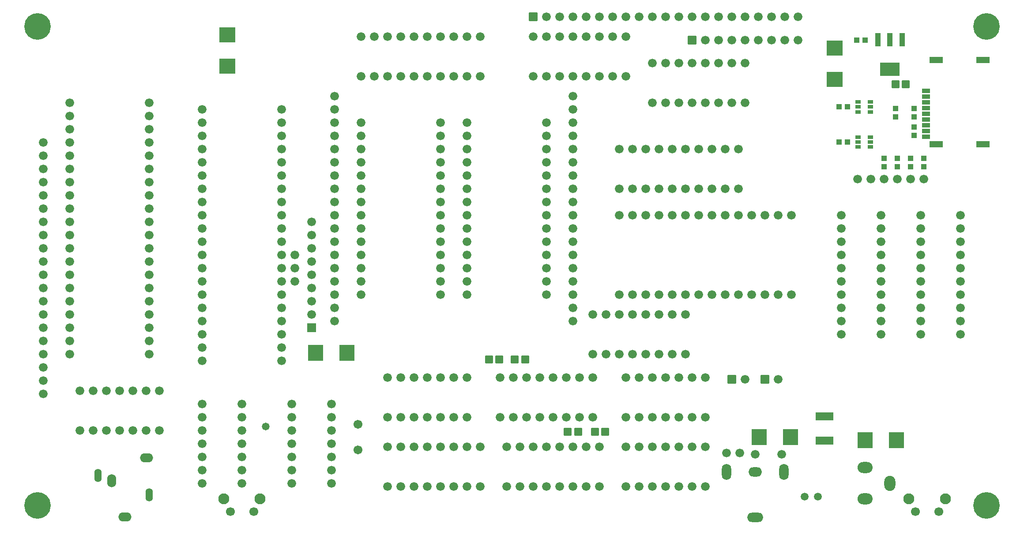
<source format=gts>
G04 Layer: TopSolderMaskLayer*
G04 EasyEDA v6.5.39, 2024-02-04 17:57:03*
G04 f6d63844dc264826aa4dc6ae726a4a04,5509f98a9368439c9cde498926e245b9,10*
G04 Gerber Generator version 0.2*
G04 Scale: 100 percent, Rotated: No, Reflected: No *
G04 Dimensions in inches *
G04 leading zeros omitted , absolute positions ,3 integer and 6 decimal *
%FSLAX36Y36*%
%MOIN*%

%AMMACRO1*1,1,$1,$2,$3*1,1,$1,$4,$5*1,1,$1,0-$2,0-$3*1,1,$1,0-$4,0-$5*20,1,$1,$2,$3,$4,$5,0*20,1,$1,$4,$5,0-$2,0-$3,0*20,1,$1,0-$2,0-$3,0-$4,0-$5,0*20,1,$1,0-$4,0-$5,$2,$3,0*4,1,4,$2,$3,$4,$5,0-$2,0-$3,0-$4,0-$5,$2,$3,0*%
%ADD10R,0.0434X0.0276*%
%ADD11C,0.0660*%
%ADD12MACRO1,0.004X-0.031X0.031X0.031X0.031*%
%ADD13MACRO1,0.004X-0.0278X-0.0266X-0.0278X0.0266*%
%ADD14MACRO1,0.004X0.0278X-0.0266X0.0278X0.0266*%
%ADD15MACRO1,0.004X0.0278X0.0266X0.0278X-0.0266*%
%ADD16MACRO1,0.004X-0.0278X0.0266X-0.0278X-0.0266*%
%ADD17MACRO1,0.004X-0.018X0.019X0.018X0.019*%
%ADD18R,0.0420X0.0400*%
%ADD19R,0.0426X0.1012*%
%ADD20R,0.1457X0.1012*%
%ADD21C,0.0669*%
%ADD22C,0.0827*%
%ADD23C,0.0591*%
%ADD24R,0.1379X0.0631*%
%ADD25MACRO1,0.004X0.0551X-0.0593X-0.0551X-0.0593*%
%ADD26R,0.1025X0.0513*%
%ADD27R,0.0631X0.0324*%
%ADD28C,0.0670*%
%ADD29MACRO1,0.004X0.019X0.018X0.019X-0.018*%
%ADD30O,0.114X0.084*%
%ADD31O,0.084X0.114*%
%ADD32O,0.054000000000000006X0.099*%
%ADD33O,0.099X0.067*%
%ADD34O,0.067X0.099*%
%ADD35MACRO1,0.004X-0.0551X0.0593X0.0551X0.0593*%
%ADD36O,0.12211X0.070929*%
%ADD37O,0.070929X0.12211*%
%ADD38O,0.102425X0.070929*%
%ADD39R,0.0670X0.0660*%
%ADD40MACRO1,0.004X-0.031X0.0315X0.031X0.0315*%
%ADD41MACRO1,0.004X-0.0593X-0.0551X-0.0593X0.0551*%
%ADD42C,0.2008*%
%ADD43C,0.0580*%
%ADD44C,0.0101*%

%LPD*%
D10*
G01*
X6447240Y2867600D03*
G01*
X6447240Y2905000D03*
G01*
X6447240Y2942399D03*
G01*
X6352759Y2942399D03*
G01*
X6352759Y2905000D03*
G01*
X6352759Y2867600D03*
G01*
X6447240Y3132600D03*
G01*
X6447240Y3170000D03*
G01*
X6447240Y3207399D03*
G01*
X6352759Y3207399D03*
G01*
X6352759Y3170000D03*
G01*
X6352759Y3132600D03*
D11*
G01*
X4400000Y3850000D03*
D12*
G01*
X3900000Y3850000D03*
D11*
G01*
X4000000Y3850000D03*
G01*
X4100000Y3850000D03*
G01*
X4200000Y3850000D03*
G01*
X4300000Y3850000D03*
G01*
X4500000Y3850000D03*
G01*
X4600000Y3850000D03*
G01*
X4700000Y3850000D03*
G01*
X4800000Y3850000D03*
G01*
X5200000Y3850000D03*
G01*
X5300000Y3850000D03*
G01*
X5400000Y3850000D03*
G01*
X5500000Y3850000D03*
G01*
X5600000Y3850000D03*
G01*
X5700000Y3850000D03*
G01*
X5800000Y3850000D03*
G01*
X5900000Y3850000D03*
G01*
X4900000Y3850000D03*
G01*
X5000000Y3850000D03*
G01*
X5100000Y3850000D03*
D13*
G01*
X3839371Y1260000D03*
D14*
G01*
X3760628Y1260000D03*
D15*
G01*
X4160628Y715000D03*
D16*
G01*
X4239371Y715000D03*
G01*
X3644371Y1260000D03*
D15*
G01*
X3565628Y1260000D03*
D14*
G01*
X4365628Y715000D03*
D13*
G01*
X4444371Y715000D03*
D15*
G01*
X6635628Y3340000D03*
D16*
G01*
X6714371Y3340000D03*
D17*
G01*
X6208510Y2905000D03*
G01*
X6271509Y2905000D03*
D18*
G01*
X6550000Y2781500D03*
G01*
X6550000Y2718499D03*
D11*
G01*
X7125000Y2350000D03*
G01*
X7125000Y2250000D03*
G01*
X7125000Y2150000D03*
G01*
X7125000Y2050000D03*
G01*
X7125000Y1950000D03*
G01*
X7125000Y1850000D03*
G01*
X7125000Y1750000D03*
G01*
X7125000Y1650000D03*
G01*
X7125000Y1550000D03*
G01*
X7125000Y1450000D03*
G01*
X6825000Y1450000D03*
G01*
X6825000Y1550000D03*
G01*
X6825000Y1650000D03*
G01*
X6825000Y1750000D03*
G01*
X6825000Y1850000D03*
G01*
X6825000Y1950000D03*
G01*
X6825000Y2050000D03*
G01*
X6825000Y2150000D03*
G01*
X6825000Y2250000D03*
G01*
X6825000Y2350000D03*
G01*
X6525000Y2350000D03*
G01*
X6525000Y2250000D03*
G01*
X6525000Y2150000D03*
G01*
X6525000Y2050000D03*
G01*
X6525000Y1950000D03*
G01*
X6525000Y1850000D03*
G01*
X6525000Y1750000D03*
G01*
X6525000Y1650000D03*
G01*
X6525000Y1550000D03*
G01*
X6525000Y1450000D03*
G01*
X6225000Y1450000D03*
G01*
X6225000Y1550000D03*
G01*
X6225000Y1650000D03*
G01*
X6225000Y1750000D03*
G01*
X6225000Y1850000D03*
G01*
X6225000Y1950000D03*
G01*
X6225000Y2050000D03*
G01*
X6225000Y2150000D03*
G01*
X6225000Y2250000D03*
G01*
X6225000Y2350000D03*
D19*
G01*
X6684600Y3676379D03*
G01*
X6594049Y3676379D03*
G01*
X6503490Y3676379D03*
D20*
G01*
X6594049Y3453150D03*
D21*
G01*
X6786419Y110790D03*
G01*
X6963580Y110790D03*
D22*
G01*
X6737209Y209209D03*
G01*
X7012799Y209209D03*
D11*
G01*
X2100000Y1950000D03*
G01*
X2100000Y2050000D03*
D23*
G01*
X6050000Y225000D03*
G01*
X5950000Y225000D03*
D24*
G01*
X6100000Y649259D03*
G01*
X6100000Y830749D03*
D25*
G01*
X5843110Y675000D03*
G01*
X5606889Y675000D03*
D21*
G01*
X1611419Y110799D03*
G01*
X1788580Y110799D03*
D22*
G01*
X1562209Y209220D03*
G01*
X1837799Y209220D03*
D11*
G01*
X2375000Y925000D03*
G01*
X2375000Y825000D03*
G01*
X2375000Y725000D03*
G01*
X2375000Y625000D03*
G01*
X2375000Y525000D03*
G01*
X2375000Y425000D03*
G01*
X2375000Y325000D03*
G01*
X2075000Y325000D03*
G01*
X2075000Y425000D03*
G01*
X2075000Y525000D03*
G01*
X2075000Y625000D03*
G01*
X2075000Y725000D03*
G01*
X2075000Y825000D03*
G01*
X2075000Y925000D03*
G01*
X4600000Y1125000D03*
G01*
X4700000Y1125000D03*
G01*
X4800000Y1125000D03*
G01*
X4900000Y1125000D03*
G01*
X5000000Y1125000D03*
G01*
X5100000Y1125000D03*
G01*
X5200000Y1125000D03*
G01*
X5200000Y825000D03*
G01*
X5100000Y825000D03*
G01*
X5000000Y825000D03*
G01*
X4900000Y825000D03*
G01*
X4800000Y825000D03*
G01*
X4700000Y825000D03*
G01*
X4600000Y825000D03*
G01*
X5850000Y1750000D03*
G01*
X5750000Y1750000D03*
G01*
X5650000Y1750000D03*
G01*
X5550000Y1750000D03*
G01*
X5450000Y1750000D03*
G01*
X5350000Y1750000D03*
G01*
X5249939Y1750000D03*
G01*
X5150000Y1750000D03*
G01*
X5050000Y1750000D03*
G01*
X4950000Y1750000D03*
G01*
X4850000Y1750000D03*
G01*
X4750000Y1750000D03*
G01*
X4650000Y1750000D03*
G01*
X4550000Y1750000D03*
G01*
X4550000Y2350000D03*
G01*
X4650000Y2350000D03*
G01*
X4750000Y2350000D03*
G01*
X4850000Y2350000D03*
G01*
X4950000Y2350000D03*
G01*
X5050000Y2350000D03*
G01*
X5150000Y2350000D03*
G01*
X5250000Y2350000D03*
G01*
X5350000Y2350000D03*
G01*
X5450000Y2350000D03*
G01*
X5550000Y2350000D03*
G01*
X5650000Y2350000D03*
G01*
X5750000Y2350000D03*
G01*
X5850000Y2350000D03*
G01*
X1700000Y925000D03*
G01*
X1700000Y825000D03*
G01*
X1700000Y725000D03*
G01*
X1700000Y625000D03*
G01*
X1700000Y525000D03*
G01*
X1700000Y425000D03*
G01*
X1700000Y325000D03*
G01*
X1400000Y325000D03*
G01*
X1400000Y425000D03*
G01*
X1400000Y525000D03*
G01*
X1400000Y625000D03*
G01*
X1400000Y725000D03*
G01*
X1400000Y825000D03*
G01*
X1400000Y925000D03*
G01*
X4600000Y600000D03*
G01*
X4700000Y600000D03*
G01*
X4800000Y600000D03*
G01*
X4900000Y600000D03*
G01*
X5000000Y600000D03*
G01*
X5100000Y600000D03*
G01*
X5200000Y600000D03*
G01*
X5200000Y300000D03*
G01*
X5100000Y300000D03*
G01*
X5000000Y300000D03*
G01*
X4900000Y300000D03*
G01*
X4800000Y300000D03*
G01*
X4700000Y300000D03*
G01*
X4600000Y300000D03*
G01*
X4550000Y2849969D03*
G01*
X4650000Y2849969D03*
G01*
X4750000Y2849969D03*
G01*
X4850000Y2849969D03*
G01*
X4950000Y2849969D03*
G01*
X5050000Y2849969D03*
G01*
X5150000Y2849969D03*
G01*
X5250000Y2849969D03*
G01*
X5350000Y2849969D03*
G01*
X5450000Y2849969D03*
G01*
X5450000Y2549969D03*
G01*
X5350000Y2549969D03*
G01*
X5250000Y2549969D03*
G01*
X5150000Y2549969D03*
G01*
X5050000Y2549969D03*
G01*
X4950000Y2549969D03*
G01*
X4850000Y2549969D03*
G01*
X4750000Y2549969D03*
G01*
X4650000Y2549969D03*
G01*
X4550000Y2549969D03*
G01*
X4000000Y3050000D03*
G01*
X4000000Y2950000D03*
G01*
X4000000Y2850000D03*
G01*
X4000000Y2750000D03*
G01*
X4000000Y2650000D03*
G01*
X4000000Y2550000D03*
G01*
X4000000Y2449940D03*
G01*
X4000000Y2350000D03*
G01*
X4000000Y2250000D03*
G01*
X4000000Y2150000D03*
G01*
X4000000Y2050000D03*
G01*
X4000000Y1950000D03*
G01*
X4000000Y1850000D03*
G01*
X4000000Y1750000D03*
G01*
X3400000Y1750000D03*
G01*
X3400000Y1850000D03*
G01*
X3400000Y1950000D03*
G01*
X3400000Y2050000D03*
G01*
X3400000Y2150000D03*
G01*
X3400000Y2250000D03*
G01*
X3400000Y2350000D03*
G01*
X3400000Y2450000D03*
G01*
X3400000Y2550000D03*
G01*
X3400000Y2650000D03*
G01*
X3400000Y2750000D03*
G01*
X3400000Y2850000D03*
G01*
X3400000Y2950000D03*
G01*
X3400000Y3050000D03*
G01*
X5050000Y1600000D03*
G01*
X4950000Y1600000D03*
G01*
X4650000Y1600000D03*
G01*
X4550000Y1600000D03*
G01*
X4850000Y1600000D03*
G01*
X4750000Y1600000D03*
G01*
X4450000Y1600000D03*
G01*
X4350000Y1600000D03*
G01*
X4350000Y1300000D03*
G01*
X4450000Y1300000D03*
G01*
X4550000Y1300000D03*
G01*
X4650000Y1300000D03*
G01*
X4750000Y1300000D03*
G01*
X4850000Y1300000D03*
G01*
X4950000Y1300000D03*
G01*
X5050000Y1300000D03*
G01*
X2800000Y1125000D03*
G01*
X2900000Y1125000D03*
G01*
X3000000Y1125000D03*
G01*
X3100000Y1125000D03*
G01*
X3200000Y1125000D03*
G01*
X3300000Y1125000D03*
G01*
X3400000Y1125000D03*
G01*
X3400000Y825000D03*
G01*
X3300000Y825000D03*
G01*
X3200000Y825000D03*
G01*
X3100000Y825000D03*
G01*
X3000000Y825000D03*
G01*
X2900000Y825000D03*
G01*
X2800000Y825000D03*
G01*
X4600000Y3700000D03*
G01*
X4500000Y3700000D03*
G01*
X4200000Y3700000D03*
G01*
X4100000Y3700000D03*
G01*
X4400000Y3700000D03*
G01*
X4300000Y3700000D03*
G01*
X4000000Y3700000D03*
G01*
X3900000Y3700000D03*
G01*
X3900000Y3400000D03*
G01*
X4000000Y3400000D03*
G01*
X4100000Y3400000D03*
G01*
X4200000Y3400000D03*
G01*
X4300000Y3400000D03*
G01*
X4400000Y3400000D03*
G01*
X4500000Y3400000D03*
G01*
X4600000Y3400000D03*
G01*
X2800000Y300000D03*
G01*
X2900000Y300000D03*
G01*
X3200000Y300000D03*
G01*
X3300000Y300000D03*
G01*
X3000000Y300000D03*
G01*
X3100000Y300000D03*
G01*
X3400000Y300000D03*
G01*
X3500000Y300000D03*
G01*
X3500000Y600000D03*
G01*
X3400000Y600000D03*
G01*
X3300000Y600000D03*
G01*
X3200000Y600000D03*
G01*
X3100000Y600000D03*
G01*
X3000000Y600000D03*
G01*
X2900000Y600000D03*
G01*
X2800000Y600000D03*
G01*
X3700000Y300000D03*
G01*
X3800000Y300000D03*
G01*
X4100000Y300000D03*
G01*
X4200000Y300000D03*
G01*
X3900000Y300000D03*
G01*
X4000000Y300000D03*
G01*
X4300000Y300000D03*
G01*
X4400000Y300000D03*
G01*
X4400000Y600000D03*
G01*
X4300000Y600000D03*
G01*
X4200000Y600000D03*
G01*
X4100000Y600000D03*
G01*
X4000000Y600000D03*
G01*
X3900000Y600000D03*
G01*
X3800000Y600000D03*
G01*
X3700000Y600000D03*
G01*
X3650000Y825000D03*
G01*
X3750000Y825000D03*
G01*
X4050000Y825000D03*
G01*
X4150000Y825000D03*
G01*
X3850000Y825000D03*
G01*
X3950000Y825000D03*
G01*
X4250000Y825000D03*
G01*
X4350000Y825000D03*
G01*
X4350000Y1125000D03*
G01*
X4250000Y1125000D03*
G01*
X4150000Y1125000D03*
G01*
X4050000Y1125000D03*
G01*
X3950000Y1125000D03*
G01*
X3850000Y1125000D03*
G01*
X3750000Y1125000D03*
G01*
X3650000Y1125000D03*
G01*
X5500000Y3500000D03*
G01*
X5400000Y3500000D03*
G01*
X5100000Y3500000D03*
G01*
X5000000Y3500000D03*
G01*
X5300000Y3500000D03*
G01*
X5200000Y3500000D03*
G01*
X4900000Y3500000D03*
G01*
X4800000Y3500000D03*
G01*
X4800000Y3200000D03*
G01*
X4900000Y3200000D03*
G01*
X5000000Y3200000D03*
G01*
X5100000Y3200000D03*
G01*
X5200000Y3200000D03*
G01*
X5300000Y3200000D03*
G01*
X5400000Y3200000D03*
G01*
X5500000Y3200000D03*
G01*
X475000Y1025000D03*
G01*
X575000Y1025000D03*
G01*
X675000Y1025000D03*
G01*
X775000Y1025000D03*
G01*
X875000Y1025000D03*
G01*
X975000Y1025000D03*
G01*
X1075000Y1025000D03*
G01*
X1075000Y725000D03*
G01*
X975000Y725000D03*
G01*
X875000Y725000D03*
G01*
X775000Y725000D03*
G01*
X675000Y725000D03*
G01*
X575000Y725000D03*
G01*
X475000Y725000D03*
D26*
G01*
X6942489Y3525030D03*
G01*
X7296819Y3525030D03*
G01*
X7296819Y2889200D03*
G01*
X6942489Y2889200D03*
D27*
G01*
X6865050Y2943530D03*
G01*
X6865050Y2986840D03*
G01*
X6865050Y3030149D03*
G01*
X6865050Y3073460D03*
G01*
X6865050Y3116759D03*
G01*
X6865050Y3160070D03*
G01*
X6865050Y3203380D03*
G01*
X6865050Y3246680D03*
G01*
X6865050Y3289989D03*
D11*
G01*
X200000Y1000000D03*
G01*
X200000Y1100000D03*
G01*
X200000Y1200000D03*
G01*
X200000Y1300000D03*
G01*
X200000Y1400000D03*
G01*
X200000Y1500000D03*
G01*
X200000Y1600000D03*
G01*
X200000Y1700000D03*
G01*
X200000Y1800000D03*
G01*
X200000Y1900000D03*
G01*
X200000Y2000000D03*
G01*
X200000Y2100000D03*
G01*
X200000Y2200000D03*
G01*
X200000Y2300000D03*
G01*
X200000Y2400000D03*
G01*
X200000Y2500000D03*
G01*
X200000Y2600000D03*
G01*
X200000Y2700000D03*
G01*
X200000Y2800000D03*
G01*
X200000Y2900000D03*
G01*
X2000000Y3150000D03*
G01*
X2000000Y3050000D03*
G01*
X2000000Y2950000D03*
G01*
X2000000Y2850000D03*
G01*
X2000000Y2750000D03*
G01*
X2000000Y2650000D03*
G01*
X2000000Y2550000D03*
G01*
X2000000Y2450000D03*
G01*
X2000000Y2350000D03*
G01*
X2000000Y2250000D03*
G01*
X2000000Y2150000D03*
G01*
X2000000Y2050000D03*
G01*
X2000000Y1950000D03*
G01*
X2000000Y1850000D03*
G01*
X2000000Y1750000D03*
G01*
X2000000Y1650000D03*
G01*
X2000000Y1550000D03*
G01*
X2000000Y1450000D03*
G01*
X2000000Y1350000D03*
G01*
X2000000Y1250000D03*
G01*
X1400000Y1250000D03*
G01*
X1400000Y1350000D03*
G01*
X1400000Y1450000D03*
G01*
X1400000Y1550000D03*
G01*
X1400000Y1650000D03*
G01*
X1400000Y1750000D03*
G01*
X1400000Y1850000D03*
G01*
X1400000Y1950000D03*
G01*
X1400000Y2050000D03*
G01*
X1400000Y2150000D03*
G01*
X1400000Y2250000D03*
G01*
X1400000Y2350000D03*
G01*
X1400000Y2450000D03*
G01*
X1400000Y2550000D03*
G01*
X1400000Y2650000D03*
G01*
X1400000Y2750000D03*
G01*
X1400000Y2850000D03*
G01*
X1400000Y2950000D03*
G01*
X1400000Y3050000D03*
G01*
X1400000Y3150000D03*
G01*
X1000000Y3200000D03*
G01*
X1000000Y3100000D03*
G01*
X1000000Y3000000D03*
G01*
X1000000Y2900000D03*
G01*
X1000000Y2800000D03*
G01*
X1000000Y2700000D03*
G01*
X1000000Y2600000D03*
G01*
X1000000Y2500000D03*
G01*
X1000000Y2400000D03*
G01*
X1000000Y2300000D03*
G01*
X1000000Y2200000D03*
G01*
X1000000Y2100000D03*
G01*
X1000000Y2000000D03*
G01*
X1000000Y1900000D03*
G01*
X1000000Y1800000D03*
G01*
X1000000Y1700000D03*
G01*
X1000000Y1600000D03*
G01*
X1000000Y1500000D03*
G01*
X1000000Y1400000D03*
G01*
X1000000Y1300000D03*
G01*
X400000Y1300000D03*
G01*
X400000Y1400000D03*
G01*
X400000Y1500000D03*
G01*
X400000Y1600000D03*
G01*
X400000Y1700000D03*
G01*
X400000Y1800000D03*
G01*
X400000Y1900000D03*
G01*
X400000Y2000000D03*
G01*
X400000Y2100000D03*
G01*
X400000Y2200000D03*
G01*
X400000Y2300000D03*
G01*
X400000Y2400000D03*
G01*
X400000Y2500000D03*
G01*
X400000Y2600000D03*
G01*
X400000Y2700000D03*
G01*
X400000Y2800000D03*
G01*
X400000Y2900000D03*
G01*
X400000Y3000000D03*
G01*
X400000Y3100000D03*
G01*
X400000Y3200000D03*
G01*
X2600000Y3699969D03*
G01*
X2700000Y3699969D03*
G01*
X2800000Y3699969D03*
G01*
X2900000Y3699969D03*
G01*
X3000000Y3699969D03*
G01*
X3100000Y3699969D03*
G01*
X3200000Y3699969D03*
G01*
X3300000Y3699969D03*
G01*
X3400000Y3699969D03*
G01*
X3500000Y3699969D03*
G01*
X3500000Y3399969D03*
G01*
X3400000Y3399969D03*
G01*
X3300000Y3399969D03*
G01*
X3200000Y3399969D03*
G01*
X3100000Y3399969D03*
G01*
X3000000Y3399969D03*
G01*
X2900000Y3399969D03*
G01*
X2800000Y3399969D03*
G01*
X2700000Y3399969D03*
G01*
X2600000Y3399969D03*
G01*
X3200000Y3050000D03*
G01*
X3200000Y2950000D03*
G01*
X3200000Y2850000D03*
G01*
X3200000Y2750000D03*
G01*
X3200000Y2650000D03*
G01*
X3200000Y2550000D03*
G01*
X3200000Y2449940D03*
G01*
X3200000Y2350000D03*
G01*
X3200000Y2250000D03*
G01*
X3200000Y2150000D03*
G01*
X3200000Y2050000D03*
G01*
X3200000Y1950000D03*
G01*
X3200000Y1850000D03*
G01*
X3200000Y1750000D03*
G01*
X2600000Y1750000D03*
G01*
X2600000Y1850000D03*
G01*
X2600000Y1950000D03*
G01*
X2600000Y2050000D03*
G01*
X2600000Y2150000D03*
G01*
X2600000Y2250000D03*
G01*
X2600000Y2350000D03*
G01*
X2600000Y2450000D03*
G01*
X2600000Y2550000D03*
G01*
X2600000Y2650000D03*
G01*
X2600000Y2750000D03*
G01*
X2600000Y2850000D03*
G01*
X2600000Y2950000D03*
G01*
X2600000Y3050000D03*
D28*
G01*
X2575000Y578539D03*
G01*
X2575000Y771460D03*
D18*
G01*
X6635000Y3156500D03*
G01*
X6635000Y3093499D03*
D11*
G01*
X5460000Y555000D03*
G01*
X5360000Y555000D03*
D18*
G01*
X6775000Y3093510D03*
G01*
X6775000Y3156509D03*
D17*
G01*
X6343510Y3675000D03*
G01*
X6406509Y3675000D03*
G01*
X6208510Y3170000D03*
G01*
X6271509Y3170000D03*
D18*
G01*
X6775000Y3016500D03*
G01*
X6775000Y2953499D03*
D29*
G01*
X6850000Y2718500D03*
G01*
X6850000Y2781499D03*
G01*
X6750000Y2718500D03*
G01*
X6750000Y2781499D03*
G01*
X6650000Y2718500D03*
G01*
X6650000Y2781499D03*
D30*
G01*
X6407489Y443110D03*
G01*
X6407489Y206889D03*
D31*
G01*
X6592520Y325000D03*
D11*
G01*
X6850000Y2625000D03*
G01*
X6750000Y2625000D03*
G01*
X6650000Y2625000D03*
G01*
X6550000Y2625000D03*
G01*
X6450000Y2625000D03*
G01*
X6350000Y2625000D03*
D32*
G01*
X612089Y383589D03*
D33*
G01*
X978230Y517409D03*
D32*
G01*
X997910Y237950D03*
D34*
G01*
X714810Y344180D03*
D33*
G01*
X816810Y72590D03*
D11*
G01*
X2400000Y3250000D03*
G01*
X2400000Y3150000D03*
G01*
X2400000Y3050000D03*
G01*
X2400000Y2950000D03*
G01*
X2400000Y2850000D03*
G01*
X2400000Y2750000D03*
G01*
X2400000Y2650000D03*
G01*
X2400000Y2550000D03*
G01*
X2400000Y2450000D03*
G01*
X2400000Y2350000D03*
G01*
X2400000Y2250000D03*
G01*
X2400000Y2150000D03*
G01*
X2400000Y2050000D03*
G01*
X2400000Y1950000D03*
G01*
X2400000Y1850000D03*
G01*
X2400000Y1750000D03*
G01*
X2400000Y1650000D03*
G01*
X2400000Y1550000D03*
G01*
X4200000Y3250000D03*
G01*
X4200000Y3150000D03*
G01*
X4200000Y3050000D03*
G01*
X4200000Y2950000D03*
G01*
X4200000Y2850000D03*
G01*
X4200000Y2750000D03*
G01*
X4200000Y2650000D03*
G01*
X4200000Y2550000D03*
G01*
X4200000Y2450000D03*
G01*
X4200000Y2350000D03*
G01*
X4200000Y2250000D03*
G01*
X4200000Y2150000D03*
G01*
X4200000Y2050000D03*
G01*
X4200000Y1950000D03*
G01*
X4200000Y1850000D03*
G01*
X4200000Y1750000D03*
G01*
X4200000Y1650000D03*
G01*
X4200000Y1550000D03*
D35*
G01*
X2256889Y1310000D03*
G01*
X2493110Y1310000D03*
D36*
G01*
X5575000Y66340D03*
D37*
G01*
X5791540Y412800D03*
G01*
X5358469Y412800D03*
D38*
G01*
X5575000Y412800D03*
D39*
G01*
X2225000Y1500000D03*
D11*
G01*
X2225000Y1600000D03*
G01*
X2225000Y1700000D03*
G01*
X2225000Y1800000D03*
G01*
X2225000Y1900000D03*
G01*
X2225000Y2000000D03*
G01*
X2225000Y2100000D03*
G01*
X2225000Y2200000D03*
G01*
X2225000Y2300000D03*
D40*
G01*
X5100000Y3675000D03*
D11*
G01*
X5200000Y3675000D03*
G01*
X5300000Y3675000D03*
G01*
X5400000Y3675000D03*
G01*
X5500000Y3675000D03*
G01*
X5600000Y3675000D03*
G01*
X5700000Y3675000D03*
G01*
X5800000Y3675000D03*
G01*
X5900000Y3675000D03*
D35*
G01*
X6406889Y650000D03*
G01*
X6643110Y650000D03*
D11*
G01*
X2100000Y1850000D03*
G01*
X2100000Y1950000D03*
D41*
G01*
X6175001Y3376891D03*
G01*
X6175001Y3613111D03*
G01*
X1590000Y3476890D03*
G01*
X1590000Y3713109D03*
D12*
G01*
X5650000Y1110000D03*
D11*
G01*
X5750000Y1110000D03*
D12*
G01*
X5400000Y1110000D03*
D11*
G01*
X5500000Y1110000D03*
D42*
G01*
X157480Y157480D03*
G01*
X7322820Y157480D03*
G01*
X7322820Y3779520D03*
G01*
X157480Y3779520D03*
D11*
G01*
X4200000Y3150000D03*
G01*
X5775000Y545000D03*
G01*
X5575000Y545000D03*
D43*
G01*
X1880000Y755000D03*
M02*

</source>
